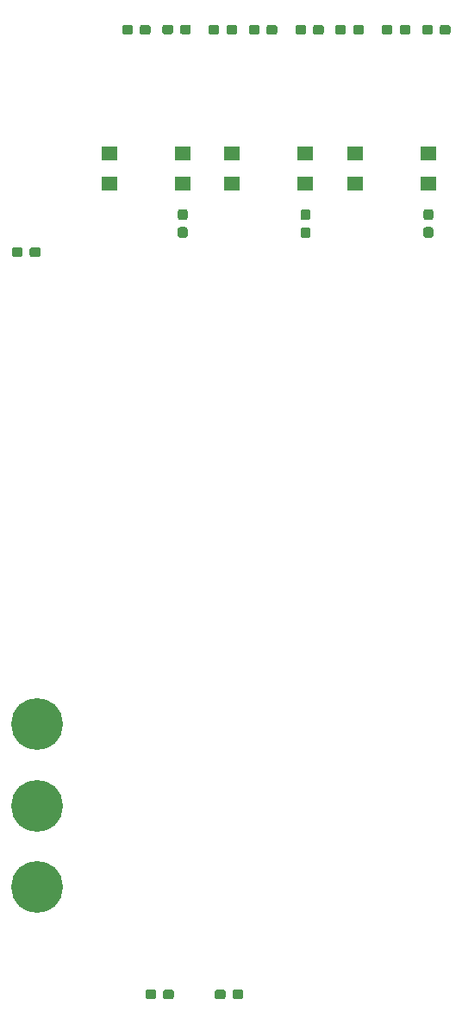
<source format=gbr>
G04 #@! TF.GenerationSoftware,KiCad,Pcbnew,(5.0.0)*
G04 #@! TF.CreationDate,2019-03-04T20:58:40-06:00*
G04 #@! TF.ProjectId,LightingBoard_Hardware,4C69676874696E67426F6172645F4861,rev?*
G04 #@! TF.SameCoordinates,Original*
G04 #@! TF.FileFunction,Paste,Top*
G04 #@! TF.FilePolarity,Positive*
%FSLAX46Y46*%
G04 Gerber Fmt 4.6, Leading zero omitted, Abs format (unit mm)*
G04 Created by KiCad (PCBNEW (5.0.0)) date 03/04/19 20:58:40*
%MOMM*%
%LPD*%
G01*
G04 APERTURE LIST*
%ADD10C,5.080000*%
%ADD11C,0.100000*%
%ADD12C,0.950000*%
%ADD13R,1.600000X1.400000*%
G04 APERTURE END LIST*
D10*
G04 #@! TO.C,Conn1*
X120294400Y-112775000D03*
X120294400Y-104776000D03*
X120294400Y-96775000D03*
G04 #@! TD*
D11*
G04 #@! TO.C,C2*
G36*
X138613779Y-122843144D02*
X138636834Y-122846563D01*
X138659443Y-122852227D01*
X138681387Y-122860079D01*
X138702457Y-122870044D01*
X138722448Y-122882026D01*
X138741168Y-122895910D01*
X138758438Y-122911562D01*
X138774090Y-122928832D01*
X138787974Y-122947552D01*
X138799956Y-122967543D01*
X138809921Y-122988613D01*
X138817773Y-123010557D01*
X138823437Y-123033166D01*
X138826856Y-123056221D01*
X138828000Y-123079500D01*
X138828000Y-123554500D01*
X138826856Y-123577779D01*
X138823437Y-123600834D01*
X138817773Y-123623443D01*
X138809921Y-123645387D01*
X138799956Y-123666457D01*
X138787974Y-123686448D01*
X138774090Y-123705168D01*
X138758438Y-123722438D01*
X138741168Y-123738090D01*
X138722448Y-123751974D01*
X138702457Y-123763956D01*
X138681387Y-123773921D01*
X138659443Y-123781773D01*
X138636834Y-123787437D01*
X138613779Y-123790856D01*
X138590500Y-123792000D01*
X138015500Y-123792000D01*
X137992221Y-123790856D01*
X137969166Y-123787437D01*
X137946557Y-123781773D01*
X137924613Y-123773921D01*
X137903543Y-123763956D01*
X137883552Y-123751974D01*
X137864832Y-123738090D01*
X137847562Y-123722438D01*
X137831910Y-123705168D01*
X137818026Y-123686448D01*
X137806044Y-123666457D01*
X137796079Y-123645387D01*
X137788227Y-123623443D01*
X137782563Y-123600834D01*
X137779144Y-123577779D01*
X137778000Y-123554500D01*
X137778000Y-123079500D01*
X137779144Y-123056221D01*
X137782563Y-123033166D01*
X137788227Y-123010557D01*
X137796079Y-122988613D01*
X137806044Y-122967543D01*
X137818026Y-122947552D01*
X137831910Y-122928832D01*
X137847562Y-122911562D01*
X137864832Y-122895910D01*
X137883552Y-122882026D01*
X137903543Y-122870044D01*
X137924613Y-122860079D01*
X137946557Y-122852227D01*
X137969166Y-122846563D01*
X137992221Y-122843144D01*
X138015500Y-122842000D01*
X138590500Y-122842000D01*
X138613779Y-122843144D01*
X138613779Y-122843144D01*
G37*
D12*
X138303000Y-123317000D03*
D11*
G36*
X140363779Y-122843144D02*
X140386834Y-122846563D01*
X140409443Y-122852227D01*
X140431387Y-122860079D01*
X140452457Y-122870044D01*
X140472448Y-122882026D01*
X140491168Y-122895910D01*
X140508438Y-122911562D01*
X140524090Y-122928832D01*
X140537974Y-122947552D01*
X140549956Y-122967543D01*
X140559921Y-122988613D01*
X140567773Y-123010557D01*
X140573437Y-123033166D01*
X140576856Y-123056221D01*
X140578000Y-123079500D01*
X140578000Y-123554500D01*
X140576856Y-123577779D01*
X140573437Y-123600834D01*
X140567773Y-123623443D01*
X140559921Y-123645387D01*
X140549956Y-123666457D01*
X140537974Y-123686448D01*
X140524090Y-123705168D01*
X140508438Y-123722438D01*
X140491168Y-123738090D01*
X140472448Y-123751974D01*
X140452457Y-123763956D01*
X140431387Y-123773921D01*
X140409443Y-123781773D01*
X140386834Y-123787437D01*
X140363779Y-123790856D01*
X140340500Y-123792000D01*
X139765500Y-123792000D01*
X139742221Y-123790856D01*
X139719166Y-123787437D01*
X139696557Y-123781773D01*
X139674613Y-123773921D01*
X139653543Y-123763956D01*
X139633552Y-123751974D01*
X139614832Y-123738090D01*
X139597562Y-123722438D01*
X139581910Y-123705168D01*
X139568026Y-123686448D01*
X139556044Y-123666457D01*
X139546079Y-123645387D01*
X139538227Y-123623443D01*
X139532563Y-123600834D01*
X139529144Y-123577779D01*
X139528000Y-123554500D01*
X139528000Y-123079500D01*
X139529144Y-123056221D01*
X139532563Y-123033166D01*
X139538227Y-123010557D01*
X139546079Y-122988613D01*
X139556044Y-122967543D01*
X139568026Y-122947552D01*
X139581910Y-122928832D01*
X139597562Y-122911562D01*
X139614832Y-122895910D01*
X139633552Y-122882026D01*
X139653543Y-122870044D01*
X139674613Y-122860079D01*
X139696557Y-122852227D01*
X139719166Y-122846563D01*
X139742221Y-122843144D01*
X139765500Y-122842000D01*
X140340500Y-122842000D01*
X140363779Y-122843144D01*
X140363779Y-122843144D01*
G37*
D12*
X140053000Y-123317000D03*
G04 #@! TD*
D11*
G04 #@! TO.C,C3*
G36*
X131783779Y-122843144D02*
X131806834Y-122846563D01*
X131829443Y-122852227D01*
X131851387Y-122860079D01*
X131872457Y-122870044D01*
X131892448Y-122882026D01*
X131911168Y-122895910D01*
X131928438Y-122911562D01*
X131944090Y-122928832D01*
X131957974Y-122947552D01*
X131969956Y-122967543D01*
X131979921Y-122988613D01*
X131987773Y-123010557D01*
X131993437Y-123033166D01*
X131996856Y-123056221D01*
X131998000Y-123079500D01*
X131998000Y-123554500D01*
X131996856Y-123577779D01*
X131993437Y-123600834D01*
X131987773Y-123623443D01*
X131979921Y-123645387D01*
X131969956Y-123666457D01*
X131957974Y-123686448D01*
X131944090Y-123705168D01*
X131928438Y-123722438D01*
X131911168Y-123738090D01*
X131892448Y-123751974D01*
X131872457Y-123763956D01*
X131851387Y-123773921D01*
X131829443Y-123781773D01*
X131806834Y-123787437D01*
X131783779Y-123790856D01*
X131760500Y-123792000D01*
X131185500Y-123792000D01*
X131162221Y-123790856D01*
X131139166Y-123787437D01*
X131116557Y-123781773D01*
X131094613Y-123773921D01*
X131073543Y-123763956D01*
X131053552Y-123751974D01*
X131034832Y-123738090D01*
X131017562Y-123722438D01*
X131001910Y-123705168D01*
X130988026Y-123686448D01*
X130976044Y-123666457D01*
X130966079Y-123645387D01*
X130958227Y-123623443D01*
X130952563Y-123600834D01*
X130949144Y-123577779D01*
X130948000Y-123554500D01*
X130948000Y-123079500D01*
X130949144Y-123056221D01*
X130952563Y-123033166D01*
X130958227Y-123010557D01*
X130966079Y-122988613D01*
X130976044Y-122967543D01*
X130988026Y-122947552D01*
X131001910Y-122928832D01*
X131017562Y-122911562D01*
X131034832Y-122895910D01*
X131053552Y-122882026D01*
X131073543Y-122870044D01*
X131094613Y-122860079D01*
X131116557Y-122852227D01*
X131139166Y-122846563D01*
X131162221Y-122843144D01*
X131185500Y-122842000D01*
X131760500Y-122842000D01*
X131783779Y-122843144D01*
X131783779Y-122843144D01*
G37*
D12*
X131473000Y-123317000D03*
D11*
G36*
X133533779Y-122843144D02*
X133556834Y-122846563D01*
X133579443Y-122852227D01*
X133601387Y-122860079D01*
X133622457Y-122870044D01*
X133642448Y-122882026D01*
X133661168Y-122895910D01*
X133678438Y-122911562D01*
X133694090Y-122928832D01*
X133707974Y-122947552D01*
X133719956Y-122967543D01*
X133729921Y-122988613D01*
X133737773Y-123010557D01*
X133743437Y-123033166D01*
X133746856Y-123056221D01*
X133748000Y-123079500D01*
X133748000Y-123554500D01*
X133746856Y-123577779D01*
X133743437Y-123600834D01*
X133737773Y-123623443D01*
X133729921Y-123645387D01*
X133719956Y-123666457D01*
X133707974Y-123686448D01*
X133694090Y-123705168D01*
X133678438Y-123722438D01*
X133661168Y-123738090D01*
X133642448Y-123751974D01*
X133622457Y-123763956D01*
X133601387Y-123773921D01*
X133579443Y-123781773D01*
X133556834Y-123787437D01*
X133533779Y-123790856D01*
X133510500Y-123792000D01*
X132935500Y-123792000D01*
X132912221Y-123790856D01*
X132889166Y-123787437D01*
X132866557Y-123781773D01*
X132844613Y-123773921D01*
X132823543Y-123763956D01*
X132803552Y-123751974D01*
X132784832Y-123738090D01*
X132767562Y-123722438D01*
X132751910Y-123705168D01*
X132738026Y-123686448D01*
X132726044Y-123666457D01*
X132716079Y-123645387D01*
X132708227Y-123623443D01*
X132702563Y-123600834D01*
X132699144Y-123577779D01*
X132698000Y-123554500D01*
X132698000Y-123079500D01*
X132699144Y-123056221D01*
X132702563Y-123033166D01*
X132708227Y-123010557D01*
X132716079Y-122988613D01*
X132726044Y-122967543D01*
X132738026Y-122947552D01*
X132751910Y-122928832D01*
X132767562Y-122911562D01*
X132784832Y-122895910D01*
X132803552Y-122882026D01*
X132823543Y-122870044D01*
X132844613Y-122860079D01*
X132866557Y-122852227D01*
X132889166Y-122846563D01*
X132912221Y-122843144D01*
X132935500Y-122842000D01*
X133510500Y-122842000D01*
X133533779Y-122843144D01*
X133533779Y-122843144D01*
G37*
D12*
X133223000Y-123317000D03*
G04 #@! TD*
D11*
G04 #@! TO.C,D2*
G36*
X143691179Y-28101144D02*
X143714234Y-28104563D01*
X143736843Y-28110227D01*
X143758787Y-28118079D01*
X143779857Y-28128044D01*
X143799848Y-28140026D01*
X143818568Y-28153910D01*
X143835838Y-28169562D01*
X143851490Y-28186832D01*
X143865374Y-28205552D01*
X143877356Y-28225543D01*
X143887321Y-28246613D01*
X143895173Y-28268557D01*
X143900837Y-28291166D01*
X143904256Y-28314221D01*
X143905400Y-28337500D01*
X143905400Y-28812500D01*
X143904256Y-28835779D01*
X143900837Y-28858834D01*
X143895173Y-28881443D01*
X143887321Y-28903387D01*
X143877356Y-28924457D01*
X143865374Y-28944448D01*
X143851490Y-28963168D01*
X143835838Y-28980438D01*
X143818568Y-28996090D01*
X143799848Y-29009974D01*
X143779857Y-29021956D01*
X143758787Y-29031921D01*
X143736843Y-29039773D01*
X143714234Y-29045437D01*
X143691179Y-29048856D01*
X143667900Y-29050000D01*
X143092900Y-29050000D01*
X143069621Y-29048856D01*
X143046566Y-29045437D01*
X143023957Y-29039773D01*
X143002013Y-29031921D01*
X142980943Y-29021956D01*
X142960952Y-29009974D01*
X142942232Y-28996090D01*
X142924962Y-28980438D01*
X142909310Y-28963168D01*
X142895426Y-28944448D01*
X142883444Y-28924457D01*
X142873479Y-28903387D01*
X142865627Y-28881443D01*
X142859963Y-28858834D01*
X142856544Y-28835779D01*
X142855400Y-28812500D01*
X142855400Y-28337500D01*
X142856544Y-28314221D01*
X142859963Y-28291166D01*
X142865627Y-28268557D01*
X142873479Y-28246613D01*
X142883444Y-28225543D01*
X142895426Y-28205552D01*
X142909310Y-28186832D01*
X142924962Y-28169562D01*
X142942232Y-28153910D01*
X142960952Y-28140026D01*
X142980943Y-28128044D01*
X143002013Y-28118079D01*
X143023957Y-28110227D01*
X143046566Y-28104563D01*
X143069621Y-28101144D01*
X143092900Y-28100000D01*
X143667900Y-28100000D01*
X143691179Y-28101144D01*
X143691179Y-28101144D01*
G37*
D12*
X143380400Y-28575000D03*
D11*
G36*
X141941179Y-28101144D02*
X141964234Y-28104563D01*
X141986843Y-28110227D01*
X142008787Y-28118079D01*
X142029857Y-28128044D01*
X142049848Y-28140026D01*
X142068568Y-28153910D01*
X142085838Y-28169562D01*
X142101490Y-28186832D01*
X142115374Y-28205552D01*
X142127356Y-28225543D01*
X142137321Y-28246613D01*
X142145173Y-28268557D01*
X142150837Y-28291166D01*
X142154256Y-28314221D01*
X142155400Y-28337500D01*
X142155400Y-28812500D01*
X142154256Y-28835779D01*
X142150837Y-28858834D01*
X142145173Y-28881443D01*
X142137321Y-28903387D01*
X142127356Y-28924457D01*
X142115374Y-28944448D01*
X142101490Y-28963168D01*
X142085838Y-28980438D01*
X142068568Y-28996090D01*
X142049848Y-29009974D01*
X142029857Y-29021956D01*
X142008787Y-29031921D01*
X141986843Y-29039773D01*
X141964234Y-29045437D01*
X141941179Y-29048856D01*
X141917900Y-29050000D01*
X141342900Y-29050000D01*
X141319621Y-29048856D01*
X141296566Y-29045437D01*
X141273957Y-29039773D01*
X141252013Y-29031921D01*
X141230943Y-29021956D01*
X141210952Y-29009974D01*
X141192232Y-28996090D01*
X141174962Y-28980438D01*
X141159310Y-28963168D01*
X141145426Y-28944448D01*
X141133444Y-28924457D01*
X141123479Y-28903387D01*
X141115627Y-28881443D01*
X141109963Y-28858834D01*
X141106544Y-28835779D01*
X141105400Y-28812500D01*
X141105400Y-28337500D01*
X141106544Y-28314221D01*
X141109963Y-28291166D01*
X141115627Y-28268557D01*
X141123479Y-28246613D01*
X141133444Y-28225543D01*
X141145426Y-28205552D01*
X141159310Y-28186832D01*
X141174962Y-28169562D01*
X141192232Y-28153910D01*
X141210952Y-28140026D01*
X141230943Y-28128044D01*
X141252013Y-28118079D01*
X141273957Y-28110227D01*
X141296566Y-28104563D01*
X141319621Y-28101144D01*
X141342900Y-28100000D01*
X141917900Y-28100000D01*
X141941179Y-28101144D01*
X141941179Y-28101144D01*
G37*
D12*
X141630400Y-28575000D03*
G04 #@! TD*
D11*
G04 #@! TO.C,D3*
G36*
X152200179Y-28101144D02*
X152223234Y-28104563D01*
X152245843Y-28110227D01*
X152267787Y-28118079D01*
X152288857Y-28128044D01*
X152308848Y-28140026D01*
X152327568Y-28153910D01*
X152344838Y-28169562D01*
X152360490Y-28186832D01*
X152374374Y-28205552D01*
X152386356Y-28225543D01*
X152396321Y-28246613D01*
X152404173Y-28268557D01*
X152409837Y-28291166D01*
X152413256Y-28314221D01*
X152414400Y-28337500D01*
X152414400Y-28812500D01*
X152413256Y-28835779D01*
X152409837Y-28858834D01*
X152404173Y-28881443D01*
X152396321Y-28903387D01*
X152386356Y-28924457D01*
X152374374Y-28944448D01*
X152360490Y-28963168D01*
X152344838Y-28980438D01*
X152327568Y-28996090D01*
X152308848Y-29009974D01*
X152288857Y-29021956D01*
X152267787Y-29031921D01*
X152245843Y-29039773D01*
X152223234Y-29045437D01*
X152200179Y-29048856D01*
X152176900Y-29050000D01*
X151601900Y-29050000D01*
X151578621Y-29048856D01*
X151555566Y-29045437D01*
X151532957Y-29039773D01*
X151511013Y-29031921D01*
X151489943Y-29021956D01*
X151469952Y-29009974D01*
X151451232Y-28996090D01*
X151433962Y-28980438D01*
X151418310Y-28963168D01*
X151404426Y-28944448D01*
X151392444Y-28924457D01*
X151382479Y-28903387D01*
X151374627Y-28881443D01*
X151368963Y-28858834D01*
X151365544Y-28835779D01*
X151364400Y-28812500D01*
X151364400Y-28337500D01*
X151365544Y-28314221D01*
X151368963Y-28291166D01*
X151374627Y-28268557D01*
X151382479Y-28246613D01*
X151392444Y-28225543D01*
X151404426Y-28205552D01*
X151418310Y-28186832D01*
X151433962Y-28169562D01*
X151451232Y-28153910D01*
X151469952Y-28140026D01*
X151489943Y-28128044D01*
X151511013Y-28118079D01*
X151532957Y-28110227D01*
X151555566Y-28104563D01*
X151578621Y-28101144D01*
X151601900Y-28100000D01*
X152176900Y-28100000D01*
X152200179Y-28101144D01*
X152200179Y-28101144D01*
G37*
D12*
X151889400Y-28575000D03*
D11*
G36*
X150450179Y-28101144D02*
X150473234Y-28104563D01*
X150495843Y-28110227D01*
X150517787Y-28118079D01*
X150538857Y-28128044D01*
X150558848Y-28140026D01*
X150577568Y-28153910D01*
X150594838Y-28169562D01*
X150610490Y-28186832D01*
X150624374Y-28205552D01*
X150636356Y-28225543D01*
X150646321Y-28246613D01*
X150654173Y-28268557D01*
X150659837Y-28291166D01*
X150663256Y-28314221D01*
X150664400Y-28337500D01*
X150664400Y-28812500D01*
X150663256Y-28835779D01*
X150659837Y-28858834D01*
X150654173Y-28881443D01*
X150646321Y-28903387D01*
X150636356Y-28924457D01*
X150624374Y-28944448D01*
X150610490Y-28963168D01*
X150594838Y-28980438D01*
X150577568Y-28996090D01*
X150558848Y-29009974D01*
X150538857Y-29021956D01*
X150517787Y-29031921D01*
X150495843Y-29039773D01*
X150473234Y-29045437D01*
X150450179Y-29048856D01*
X150426900Y-29050000D01*
X149851900Y-29050000D01*
X149828621Y-29048856D01*
X149805566Y-29045437D01*
X149782957Y-29039773D01*
X149761013Y-29031921D01*
X149739943Y-29021956D01*
X149719952Y-29009974D01*
X149701232Y-28996090D01*
X149683962Y-28980438D01*
X149668310Y-28963168D01*
X149654426Y-28944448D01*
X149642444Y-28924457D01*
X149632479Y-28903387D01*
X149624627Y-28881443D01*
X149618963Y-28858834D01*
X149615544Y-28835779D01*
X149614400Y-28812500D01*
X149614400Y-28337500D01*
X149615544Y-28314221D01*
X149618963Y-28291166D01*
X149624627Y-28268557D01*
X149632479Y-28246613D01*
X149642444Y-28225543D01*
X149654426Y-28205552D01*
X149668310Y-28186832D01*
X149683962Y-28169562D01*
X149701232Y-28153910D01*
X149719952Y-28140026D01*
X149739943Y-28128044D01*
X149761013Y-28118079D01*
X149782957Y-28110227D01*
X149805566Y-28104563D01*
X149828621Y-28101144D01*
X149851900Y-28100000D01*
X150426900Y-28100000D01*
X150450179Y-28101144D01*
X150450179Y-28101144D01*
G37*
D12*
X150139400Y-28575000D03*
G04 #@! TD*
D11*
G04 #@! TO.C,D4*
G36*
X158959179Y-28101144D02*
X158982234Y-28104563D01*
X159004843Y-28110227D01*
X159026787Y-28118079D01*
X159047857Y-28128044D01*
X159067848Y-28140026D01*
X159086568Y-28153910D01*
X159103838Y-28169562D01*
X159119490Y-28186832D01*
X159133374Y-28205552D01*
X159145356Y-28225543D01*
X159155321Y-28246613D01*
X159163173Y-28268557D01*
X159168837Y-28291166D01*
X159172256Y-28314221D01*
X159173400Y-28337500D01*
X159173400Y-28812500D01*
X159172256Y-28835779D01*
X159168837Y-28858834D01*
X159163173Y-28881443D01*
X159155321Y-28903387D01*
X159145356Y-28924457D01*
X159133374Y-28944448D01*
X159119490Y-28963168D01*
X159103838Y-28980438D01*
X159086568Y-28996090D01*
X159067848Y-29009974D01*
X159047857Y-29021956D01*
X159026787Y-29031921D01*
X159004843Y-29039773D01*
X158982234Y-29045437D01*
X158959179Y-29048856D01*
X158935900Y-29050000D01*
X158360900Y-29050000D01*
X158337621Y-29048856D01*
X158314566Y-29045437D01*
X158291957Y-29039773D01*
X158270013Y-29031921D01*
X158248943Y-29021956D01*
X158228952Y-29009974D01*
X158210232Y-28996090D01*
X158192962Y-28980438D01*
X158177310Y-28963168D01*
X158163426Y-28944448D01*
X158151444Y-28924457D01*
X158141479Y-28903387D01*
X158133627Y-28881443D01*
X158127963Y-28858834D01*
X158124544Y-28835779D01*
X158123400Y-28812500D01*
X158123400Y-28337500D01*
X158124544Y-28314221D01*
X158127963Y-28291166D01*
X158133627Y-28268557D01*
X158141479Y-28246613D01*
X158151444Y-28225543D01*
X158163426Y-28205552D01*
X158177310Y-28186832D01*
X158192962Y-28169562D01*
X158210232Y-28153910D01*
X158228952Y-28140026D01*
X158248943Y-28128044D01*
X158270013Y-28118079D01*
X158291957Y-28110227D01*
X158314566Y-28104563D01*
X158337621Y-28101144D01*
X158360900Y-28100000D01*
X158935900Y-28100000D01*
X158959179Y-28101144D01*
X158959179Y-28101144D01*
G37*
D12*
X158648400Y-28575000D03*
D11*
G36*
X160709179Y-28101144D02*
X160732234Y-28104563D01*
X160754843Y-28110227D01*
X160776787Y-28118079D01*
X160797857Y-28128044D01*
X160817848Y-28140026D01*
X160836568Y-28153910D01*
X160853838Y-28169562D01*
X160869490Y-28186832D01*
X160883374Y-28205552D01*
X160895356Y-28225543D01*
X160905321Y-28246613D01*
X160913173Y-28268557D01*
X160918837Y-28291166D01*
X160922256Y-28314221D01*
X160923400Y-28337500D01*
X160923400Y-28812500D01*
X160922256Y-28835779D01*
X160918837Y-28858834D01*
X160913173Y-28881443D01*
X160905321Y-28903387D01*
X160895356Y-28924457D01*
X160883374Y-28944448D01*
X160869490Y-28963168D01*
X160853838Y-28980438D01*
X160836568Y-28996090D01*
X160817848Y-29009974D01*
X160797857Y-29021956D01*
X160776787Y-29031921D01*
X160754843Y-29039773D01*
X160732234Y-29045437D01*
X160709179Y-29048856D01*
X160685900Y-29050000D01*
X160110900Y-29050000D01*
X160087621Y-29048856D01*
X160064566Y-29045437D01*
X160041957Y-29039773D01*
X160020013Y-29031921D01*
X159998943Y-29021956D01*
X159978952Y-29009974D01*
X159960232Y-28996090D01*
X159942962Y-28980438D01*
X159927310Y-28963168D01*
X159913426Y-28944448D01*
X159901444Y-28924457D01*
X159891479Y-28903387D01*
X159883627Y-28881443D01*
X159877963Y-28858834D01*
X159874544Y-28835779D01*
X159873400Y-28812500D01*
X159873400Y-28337500D01*
X159874544Y-28314221D01*
X159877963Y-28291166D01*
X159883627Y-28268557D01*
X159891479Y-28246613D01*
X159901444Y-28225543D01*
X159913426Y-28205552D01*
X159927310Y-28186832D01*
X159942962Y-28169562D01*
X159960232Y-28153910D01*
X159978952Y-28140026D01*
X159998943Y-28128044D01*
X160020013Y-28118079D01*
X160041957Y-28110227D01*
X160064566Y-28104563D01*
X160087621Y-28101144D01*
X160110900Y-28100000D01*
X160685900Y-28100000D01*
X160709179Y-28101144D01*
X160709179Y-28101144D01*
G37*
D12*
X160398400Y-28575000D03*
G04 #@! TD*
D11*
G04 #@! TO.C,R1*
G36*
X129495179Y-28101144D02*
X129518234Y-28104563D01*
X129540843Y-28110227D01*
X129562787Y-28118079D01*
X129583857Y-28128044D01*
X129603848Y-28140026D01*
X129622568Y-28153910D01*
X129639838Y-28169562D01*
X129655490Y-28186832D01*
X129669374Y-28205552D01*
X129681356Y-28225543D01*
X129691321Y-28246613D01*
X129699173Y-28268557D01*
X129704837Y-28291166D01*
X129708256Y-28314221D01*
X129709400Y-28337500D01*
X129709400Y-28812500D01*
X129708256Y-28835779D01*
X129704837Y-28858834D01*
X129699173Y-28881443D01*
X129691321Y-28903387D01*
X129681356Y-28924457D01*
X129669374Y-28944448D01*
X129655490Y-28963168D01*
X129639838Y-28980438D01*
X129622568Y-28996090D01*
X129603848Y-29009974D01*
X129583857Y-29021956D01*
X129562787Y-29031921D01*
X129540843Y-29039773D01*
X129518234Y-29045437D01*
X129495179Y-29048856D01*
X129471900Y-29050000D01*
X128896900Y-29050000D01*
X128873621Y-29048856D01*
X128850566Y-29045437D01*
X128827957Y-29039773D01*
X128806013Y-29031921D01*
X128784943Y-29021956D01*
X128764952Y-29009974D01*
X128746232Y-28996090D01*
X128728962Y-28980438D01*
X128713310Y-28963168D01*
X128699426Y-28944448D01*
X128687444Y-28924457D01*
X128677479Y-28903387D01*
X128669627Y-28881443D01*
X128663963Y-28858834D01*
X128660544Y-28835779D01*
X128659400Y-28812500D01*
X128659400Y-28337500D01*
X128660544Y-28314221D01*
X128663963Y-28291166D01*
X128669627Y-28268557D01*
X128677479Y-28246613D01*
X128687444Y-28225543D01*
X128699426Y-28205552D01*
X128713310Y-28186832D01*
X128728962Y-28169562D01*
X128746232Y-28153910D01*
X128764952Y-28140026D01*
X128784943Y-28128044D01*
X128806013Y-28118079D01*
X128827957Y-28110227D01*
X128850566Y-28104563D01*
X128873621Y-28101144D01*
X128896900Y-28100000D01*
X129471900Y-28100000D01*
X129495179Y-28101144D01*
X129495179Y-28101144D01*
G37*
D12*
X129184400Y-28575000D03*
D11*
G36*
X131245179Y-28101144D02*
X131268234Y-28104563D01*
X131290843Y-28110227D01*
X131312787Y-28118079D01*
X131333857Y-28128044D01*
X131353848Y-28140026D01*
X131372568Y-28153910D01*
X131389838Y-28169562D01*
X131405490Y-28186832D01*
X131419374Y-28205552D01*
X131431356Y-28225543D01*
X131441321Y-28246613D01*
X131449173Y-28268557D01*
X131454837Y-28291166D01*
X131458256Y-28314221D01*
X131459400Y-28337500D01*
X131459400Y-28812500D01*
X131458256Y-28835779D01*
X131454837Y-28858834D01*
X131449173Y-28881443D01*
X131441321Y-28903387D01*
X131431356Y-28924457D01*
X131419374Y-28944448D01*
X131405490Y-28963168D01*
X131389838Y-28980438D01*
X131372568Y-28996090D01*
X131353848Y-29009974D01*
X131333857Y-29021956D01*
X131312787Y-29031921D01*
X131290843Y-29039773D01*
X131268234Y-29045437D01*
X131245179Y-29048856D01*
X131221900Y-29050000D01*
X130646900Y-29050000D01*
X130623621Y-29048856D01*
X130600566Y-29045437D01*
X130577957Y-29039773D01*
X130556013Y-29031921D01*
X130534943Y-29021956D01*
X130514952Y-29009974D01*
X130496232Y-28996090D01*
X130478962Y-28980438D01*
X130463310Y-28963168D01*
X130449426Y-28944448D01*
X130437444Y-28924457D01*
X130427479Y-28903387D01*
X130419627Y-28881443D01*
X130413963Y-28858834D01*
X130410544Y-28835779D01*
X130409400Y-28812500D01*
X130409400Y-28337500D01*
X130410544Y-28314221D01*
X130413963Y-28291166D01*
X130419627Y-28268557D01*
X130427479Y-28246613D01*
X130437444Y-28225543D01*
X130449426Y-28205552D01*
X130463310Y-28186832D01*
X130478962Y-28169562D01*
X130496232Y-28153910D01*
X130514952Y-28140026D01*
X130534943Y-28128044D01*
X130556013Y-28118079D01*
X130577957Y-28110227D01*
X130600566Y-28104563D01*
X130623621Y-28101144D01*
X130646900Y-28100000D01*
X131221900Y-28100000D01*
X131245179Y-28101144D01*
X131245179Y-28101144D01*
G37*
D12*
X130934400Y-28575000D03*
G04 #@! TD*
D11*
G04 #@! TO.C,R2*
G36*
X139754179Y-28101144D02*
X139777234Y-28104563D01*
X139799843Y-28110227D01*
X139821787Y-28118079D01*
X139842857Y-28128044D01*
X139862848Y-28140026D01*
X139881568Y-28153910D01*
X139898838Y-28169562D01*
X139914490Y-28186832D01*
X139928374Y-28205552D01*
X139940356Y-28225543D01*
X139950321Y-28246613D01*
X139958173Y-28268557D01*
X139963837Y-28291166D01*
X139967256Y-28314221D01*
X139968400Y-28337500D01*
X139968400Y-28812500D01*
X139967256Y-28835779D01*
X139963837Y-28858834D01*
X139958173Y-28881443D01*
X139950321Y-28903387D01*
X139940356Y-28924457D01*
X139928374Y-28944448D01*
X139914490Y-28963168D01*
X139898838Y-28980438D01*
X139881568Y-28996090D01*
X139862848Y-29009974D01*
X139842857Y-29021956D01*
X139821787Y-29031921D01*
X139799843Y-29039773D01*
X139777234Y-29045437D01*
X139754179Y-29048856D01*
X139730900Y-29050000D01*
X139155900Y-29050000D01*
X139132621Y-29048856D01*
X139109566Y-29045437D01*
X139086957Y-29039773D01*
X139065013Y-29031921D01*
X139043943Y-29021956D01*
X139023952Y-29009974D01*
X139005232Y-28996090D01*
X138987962Y-28980438D01*
X138972310Y-28963168D01*
X138958426Y-28944448D01*
X138946444Y-28924457D01*
X138936479Y-28903387D01*
X138928627Y-28881443D01*
X138922963Y-28858834D01*
X138919544Y-28835779D01*
X138918400Y-28812500D01*
X138918400Y-28337500D01*
X138919544Y-28314221D01*
X138922963Y-28291166D01*
X138928627Y-28268557D01*
X138936479Y-28246613D01*
X138946444Y-28225543D01*
X138958426Y-28205552D01*
X138972310Y-28186832D01*
X138987962Y-28169562D01*
X139005232Y-28153910D01*
X139023952Y-28140026D01*
X139043943Y-28128044D01*
X139065013Y-28118079D01*
X139086957Y-28110227D01*
X139109566Y-28104563D01*
X139132621Y-28101144D01*
X139155900Y-28100000D01*
X139730900Y-28100000D01*
X139754179Y-28101144D01*
X139754179Y-28101144D01*
G37*
D12*
X139443400Y-28575000D03*
D11*
G36*
X138004179Y-28101144D02*
X138027234Y-28104563D01*
X138049843Y-28110227D01*
X138071787Y-28118079D01*
X138092857Y-28128044D01*
X138112848Y-28140026D01*
X138131568Y-28153910D01*
X138148838Y-28169562D01*
X138164490Y-28186832D01*
X138178374Y-28205552D01*
X138190356Y-28225543D01*
X138200321Y-28246613D01*
X138208173Y-28268557D01*
X138213837Y-28291166D01*
X138217256Y-28314221D01*
X138218400Y-28337500D01*
X138218400Y-28812500D01*
X138217256Y-28835779D01*
X138213837Y-28858834D01*
X138208173Y-28881443D01*
X138200321Y-28903387D01*
X138190356Y-28924457D01*
X138178374Y-28944448D01*
X138164490Y-28963168D01*
X138148838Y-28980438D01*
X138131568Y-28996090D01*
X138112848Y-29009974D01*
X138092857Y-29021956D01*
X138071787Y-29031921D01*
X138049843Y-29039773D01*
X138027234Y-29045437D01*
X138004179Y-29048856D01*
X137980900Y-29050000D01*
X137405900Y-29050000D01*
X137382621Y-29048856D01*
X137359566Y-29045437D01*
X137336957Y-29039773D01*
X137315013Y-29031921D01*
X137293943Y-29021956D01*
X137273952Y-29009974D01*
X137255232Y-28996090D01*
X137237962Y-28980438D01*
X137222310Y-28963168D01*
X137208426Y-28944448D01*
X137196444Y-28924457D01*
X137186479Y-28903387D01*
X137178627Y-28881443D01*
X137172963Y-28858834D01*
X137169544Y-28835779D01*
X137168400Y-28812500D01*
X137168400Y-28337500D01*
X137169544Y-28314221D01*
X137172963Y-28291166D01*
X137178627Y-28268557D01*
X137186479Y-28246613D01*
X137196444Y-28225543D01*
X137208426Y-28205552D01*
X137222310Y-28186832D01*
X137237962Y-28169562D01*
X137255232Y-28153910D01*
X137273952Y-28140026D01*
X137293943Y-28128044D01*
X137315013Y-28118079D01*
X137336957Y-28110227D01*
X137359566Y-28104563D01*
X137382621Y-28101144D01*
X137405900Y-28100000D01*
X137980900Y-28100000D01*
X138004179Y-28101144D01*
X138004179Y-28101144D01*
G37*
D12*
X137693400Y-28575000D03*
G04 #@! TD*
D11*
G04 #@! TO.C,R3*
G36*
X148263179Y-28101144D02*
X148286234Y-28104563D01*
X148308843Y-28110227D01*
X148330787Y-28118079D01*
X148351857Y-28128044D01*
X148371848Y-28140026D01*
X148390568Y-28153910D01*
X148407838Y-28169562D01*
X148423490Y-28186832D01*
X148437374Y-28205552D01*
X148449356Y-28225543D01*
X148459321Y-28246613D01*
X148467173Y-28268557D01*
X148472837Y-28291166D01*
X148476256Y-28314221D01*
X148477400Y-28337500D01*
X148477400Y-28812500D01*
X148476256Y-28835779D01*
X148472837Y-28858834D01*
X148467173Y-28881443D01*
X148459321Y-28903387D01*
X148449356Y-28924457D01*
X148437374Y-28944448D01*
X148423490Y-28963168D01*
X148407838Y-28980438D01*
X148390568Y-28996090D01*
X148371848Y-29009974D01*
X148351857Y-29021956D01*
X148330787Y-29031921D01*
X148308843Y-29039773D01*
X148286234Y-29045437D01*
X148263179Y-29048856D01*
X148239900Y-29050000D01*
X147664900Y-29050000D01*
X147641621Y-29048856D01*
X147618566Y-29045437D01*
X147595957Y-29039773D01*
X147574013Y-29031921D01*
X147552943Y-29021956D01*
X147532952Y-29009974D01*
X147514232Y-28996090D01*
X147496962Y-28980438D01*
X147481310Y-28963168D01*
X147467426Y-28944448D01*
X147455444Y-28924457D01*
X147445479Y-28903387D01*
X147437627Y-28881443D01*
X147431963Y-28858834D01*
X147428544Y-28835779D01*
X147427400Y-28812500D01*
X147427400Y-28337500D01*
X147428544Y-28314221D01*
X147431963Y-28291166D01*
X147437627Y-28268557D01*
X147445479Y-28246613D01*
X147455444Y-28225543D01*
X147467426Y-28205552D01*
X147481310Y-28186832D01*
X147496962Y-28169562D01*
X147514232Y-28153910D01*
X147532952Y-28140026D01*
X147552943Y-28128044D01*
X147574013Y-28118079D01*
X147595957Y-28110227D01*
X147618566Y-28104563D01*
X147641621Y-28101144D01*
X147664900Y-28100000D01*
X148239900Y-28100000D01*
X148263179Y-28101144D01*
X148263179Y-28101144D01*
G37*
D12*
X147952400Y-28575000D03*
D11*
G36*
X146513179Y-28101144D02*
X146536234Y-28104563D01*
X146558843Y-28110227D01*
X146580787Y-28118079D01*
X146601857Y-28128044D01*
X146621848Y-28140026D01*
X146640568Y-28153910D01*
X146657838Y-28169562D01*
X146673490Y-28186832D01*
X146687374Y-28205552D01*
X146699356Y-28225543D01*
X146709321Y-28246613D01*
X146717173Y-28268557D01*
X146722837Y-28291166D01*
X146726256Y-28314221D01*
X146727400Y-28337500D01*
X146727400Y-28812500D01*
X146726256Y-28835779D01*
X146722837Y-28858834D01*
X146717173Y-28881443D01*
X146709321Y-28903387D01*
X146699356Y-28924457D01*
X146687374Y-28944448D01*
X146673490Y-28963168D01*
X146657838Y-28980438D01*
X146640568Y-28996090D01*
X146621848Y-29009974D01*
X146601857Y-29021956D01*
X146580787Y-29031921D01*
X146558843Y-29039773D01*
X146536234Y-29045437D01*
X146513179Y-29048856D01*
X146489900Y-29050000D01*
X145914900Y-29050000D01*
X145891621Y-29048856D01*
X145868566Y-29045437D01*
X145845957Y-29039773D01*
X145824013Y-29031921D01*
X145802943Y-29021956D01*
X145782952Y-29009974D01*
X145764232Y-28996090D01*
X145746962Y-28980438D01*
X145731310Y-28963168D01*
X145717426Y-28944448D01*
X145705444Y-28924457D01*
X145695479Y-28903387D01*
X145687627Y-28881443D01*
X145681963Y-28858834D01*
X145678544Y-28835779D01*
X145677400Y-28812500D01*
X145677400Y-28337500D01*
X145678544Y-28314221D01*
X145681963Y-28291166D01*
X145687627Y-28268557D01*
X145695479Y-28246613D01*
X145705444Y-28225543D01*
X145717426Y-28205552D01*
X145731310Y-28186832D01*
X145746962Y-28169562D01*
X145764232Y-28153910D01*
X145782952Y-28140026D01*
X145802943Y-28128044D01*
X145824013Y-28118079D01*
X145845957Y-28110227D01*
X145868566Y-28104563D01*
X145891621Y-28101144D01*
X145914900Y-28100000D01*
X146489900Y-28100000D01*
X146513179Y-28101144D01*
X146513179Y-28101144D01*
G37*
D12*
X146202400Y-28575000D03*
G04 #@! TD*
D11*
G04 #@! TO.C,R4*
G36*
X155022179Y-28101144D02*
X155045234Y-28104563D01*
X155067843Y-28110227D01*
X155089787Y-28118079D01*
X155110857Y-28128044D01*
X155130848Y-28140026D01*
X155149568Y-28153910D01*
X155166838Y-28169562D01*
X155182490Y-28186832D01*
X155196374Y-28205552D01*
X155208356Y-28225543D01*
X155218321Y-28246613D01*
X155226173Y-28268557D01*
X155231837Y-28291166D01*
X155235256Y-28314221D01*
X155236400Y-28337500D01*
X155236400Y-28812500D01*
X155235256Y-28835779D01*
X155231837Y-28858834D01*
X155226173Y-28881443D01*
X155218321Y-28903387D01*
X155208356Y-28924457D01*
X155196374Y-28944448D01*
X155182490Y-28963168D01*
X155166838Y-28980438D01*
X155149568Y-28996090D01*
X155130848Y-29009974D01*
X155110857Y-29021956D01*
X155089787Y-29031921D01*
X155067843Y-29039773D01*
X155045234Y-29045437D01*
X155022179Y-29048856D01*
X154998900Y-29050000D01*
X154423900Y-29050000D01*
X154400621Y-29048856D01*
X154377566Y-29045437D01*
X154354957Y-29039773D01*
X154333013Y-29031921D01*
X154311943Y-29021956D01*
X154291952Y-29009974D01*
X154273232Y-28996090D01*
X154255962Y-28980438D01*
X154240310Y-28963168D01*
X154226426Y-28944448D01*
X154214444Y-28924457D01*
X154204479Y-28903387D01*
X154196627Y-28881443D01*
X154190963Y-28858834D01*
X154187544Y-28835779D01*
X154186400Y-28812500D01*
X154186400Y-28337500D01*
X154187544Y-28314221D01*
X154190963Y-28291166D01*
X154196627Y-28268557D01*
X154204479Y-28246613D01*
X154214444Y-28225543D01*
X154226426Y-28205552D01*
X154240310Y-28186832D01*
X154255962Y-28169562D01*
X154273232Y-28153910D01*
X154291952Y-28140026D01*
X154311943Y-28128044D01*
X154333013Y-28118079D01*
X154354957Y-28110227D01*
X154377566Y-28104563D01*
X154400621Y-28101144D01*
X154423900Y-28100000D01*
X154998900Y-28100000D01*
X155022179Y-28101144D01*
X155022179Y-28101144D01*
G37*
D12*
X154711400Y-28575000D03*
D11*
G36*
X156772179Y-28101144D02*
X156795234Y-28104563D01*
X156817843Y-28110227D01*
X156839787Y-28118079D01*
X156860857Y-28128044D01*
X156880848Y-28140026D01*
X156899568Y-28153910D01*
X156916838Y-28169562D01*
X156932490Y-28186832D01*
X156946374Y-28205552D01*
X156958356Y-28225543D01*
X156968321Y-28246613D01*
X156976173Y-28268557D01*
X156981837Y-28291166D01*
X156985256Y-28314221D01*
X156986400Y-28337500D01*
X156986400Y-28812500D01*
X156985256Y-28835779D01*
X156981837Y-28858834D01*
X156976173Y-28881443D01*
X156968321Y-28903387D01*
X156958356Y-28924457D01*
X156946374Y-28944448D01*
X156932490Y-28963168D01*
X156916838Y-28980438D01*
X156899568Y-28996090D01*
X156880848Y-29009974D01*
X156860857Y-29021956D01*
X156839787Y-29031921D01*
X156817843Y-29039773D01*
X156795234Y-29045437D01*
X156772179Y-29048856D01*
X156748900Y-29050000D01*
X156173900Y-29050000D01*
X156150621Y-29048856D01*
X156127566Y-29045437D01*
X156104957Y-29039773D01*
X156083013Y-29031921D01*
X156061943Y-29021956D01*
X156041952Y-29009974D01*
X156023232Y-28996090D01*
X156005962Y-28980438D01*
X155990310Y-28963168D01*
X155976426Y-28944448D01*
X155964444Y-28924457D01*
X155954479Y-28903387D01*
X155946627Y-28881443D01*
X155940963Y-28858834D01*
X155937544Y-28835779D01*
X155936400Y-28812500D01*
X155936400Y-28337500D01*
X155937544Y-28314221D01*
X155940963Y-28291166D01*
X155946627Y-28268557D01*
X155954479Y-28246613D01*
X155964444Y-28225543D01*
X155976426Y-28205552D01*
X155990310Y-28186832D01*
X156005962Y-28169562D01*
X156023232Y-28153910D01*
X156041952Y-28140026D01*
X156061943Y-28128044D01*
X156083013Y-28118079D01*
X156104957Y-28110227D01*
X156127566Y-28104563D01*
X156150621Y-28101144D01*
X156173900Y-28100000D01*
X156748900Y-28100000D01*
X156772179Y-28101144D01*
X156772179Y-28101144D01*
G37*
D12*
X156461400Y-28575000D03*
G04 #@! TD*
D11*
G04 #@! TO.C,C1*
G36*
X118674779Y-49945144D02*
X118697834Y-49948563D01*
X118720443Y-49954227D01*
X118742387Y-49962079D01*
X118763457Y-49972044D01*
X118783448Y-49984026D01*
X118802168Y-49997910D01*
X118819438Y-50013562D01*
X118835090Y-50030832D01*
X118848974Y-50049552D01*
X118860956Y-50069543D01*
X118870921Y-50090613D01*
X118878773Y-50112557D01*
X118884437Y-50135166D01*
X118887856Y-50158221D01*
X118889000Y-50181500D01*
X118889000Y-50656500D01*
X118887856Y-50679779D01*
X118884437Y-50702834D01*
X118878773Y-50725443D01*
X118870921Y-50747387D01*
X118860956Y-50768457D01*
X118848974Y-50788448D01*
X118835090Y-50807168D01*
X118819438Y-50824438D01*
X118802168Y-50840090D01*
X118783448Y-50853974D01*
X118763457Y-50865956D01*
X118742387Y-50875921D01*
X118720443Y-50883773D01*
X118697834Y-50889437D01*
X118674779Y-50892856D01*
X118651500Y-50894000D01*
X118076500Y-50894000D01*
X118053221Y-50892856D01*
X118030166Y-50889437D01*
X118007557Y-50883773D01*
X117985613Y-50875921D01*
X117964543Y-50865956D01*
X117944552Y-50853974D01*
X117925832Y-50840090D01*
X117908562Y-50824438D01*
X117892910Y-50807168D01*
X117879026Y-50788448D01*
X117867044Y-50768457D01*
X117857079Y-50747387D01*
X117849227Y-50725443D01*
X117843563Y-50702834D01*
X117840144Y-50679779D01*
X117839000Y-50656500D01*
X117839000Y-50181500D01*
X117840144Y-50158221D01*
X117843563Y-50135166D01*
X117849227Y-50112557D01*
X117857079Y-50090613D01*
X117867044Y-50069543D01*
X117879026Y-50049552D01*
X117892910Y-50030832D01*
X117908562Y-50013562D01*
X117925832Y-49997910D01*
X117944552Y-49984026D01*
X117964543Y-49972044D01*
X117985613Y-49962079D01*
X118007557Y-49954227D01*
X118030166Y-49948563D01*
X118053221Y-49945144D01*
X118076500Y-49944000D01*
X118651500Y-49944000D01*
X118674779Y-49945144D01*
X118674779Y-49945144D01*
G37*
D12*
X118364000Y-50419000D03*
D11*
G36*
X120424779Y-49945144D02*
X120447834Y-49948563D01*
X120470443Y-49954227D01*
X120492387Y-49962079D01*
X120513457Y-49972044D01*
X120533448Y-49984026D01*
X120552168Y-49997910D01*
X120569438Y-50013562D01*
X120585090Y-50030832D01*
X120598974Y-50049552D01*
X120610956Y-50069543D01*
X120620921Y-50090613D01*
X120628773Y-50112557D01*
X120634437Y-50135166D01*
X120637856Y-50158221D01*
X120639000Y-50181500D01*
X120639000Y-50656500D01*
X120637856Y-50679779D01*
X120634437Y-50702834D01*
X120628773Y-50725443D01*
X120620921Y-50747387D01*
X120610956Y-50768457D01*
X120598974Y-50788448D01*
X120585090Y-50807168D01*
X120569438Y-50824438D01*
X120552168Y-50840090D01*
X120533448Y-50853974D01*
X120513457Y-50865956D01*
X120492387Y-50875921D01*
X120470443Y-50883773D01*
X120447834Y-50889437D01*
X120424779Y-50892856D01*
X120401500Y-50894000D01*
X119826500Y-50894000D01*
X119803221Y-50892856D01*
X119780166Y-50889437D01*
X119757557Y-50883773D01*
X119735613Y-50875921D01*
X119714543Y-50865956D01*
X119694552Y-50853974D01*
X119675832Y-50840090D01*
X119658562Y-50824438D01*
X119642910Y-50807168D01*
X119629026Y-50788448D01*
X119617044Y-50768457D01*
X119607079Y-50747387D01*
X119599227Y-50725443D01*
X119593563Y-50702834D01*
X119590144Y-50679779D01*
X119589000Y-50656500D01*
X119589000Y-50181500D01*
X119590144Y-50158221D01*
X119593563Y-50135166D01*
X119599227Y-50112557D01*
X119607079Y-50090613D01*
X119617044Y-50069543D01*
X119629026Y-50049552D01*
X119642910Y-50030832D01*
X119658562Y-50013562D01*
X119675832Y-49997910D01*
X119694552Y-49984026D01*
X119714543Y-49972044D01*
X119735613Y-49962079D01*
X119757557Y-49954227D01*
X119780166Y-49948563D01*
X119803221Y-49945144D01*
X119826500Y-49944000D01*
X120401500Y-49944000D01*
X120424779Y-49945144D01*
X120424779Y-49945144D01*
G37*
D12*
X120114000Y-50419000D03*
G04 #@! TD*
D11*
G04 #@! TO.C,D1*
G36*
X135207579Y-28075744D02*
X135230634Y-28079163D01*
X135253243Y-28084827D01*
X135275187Y-28092679D01*
X135296257Y-28102644D01*
X135316248Y-28114626D01*
X135334968Y-28128510D01*
X135352238Y-28144162D01*
X135367890Y-28161432D01*
X135381774Y-28180152D01*
X135393756Y-28200143D01*
X135403721Y-28221213D01*
X135411573Y-28243157D01*
X135417237Y-28265766D01*
X135420656Y-28288821D01*
X135421800Y-28312100D01*
X135421800Y-28787100D01*
X135420656Y-28810379D01*
X135417237Y-28833434D01*
X135411573Y-28856043D01*
X135403721Y-28877987D01*
X135393756Y-28899057D01*
X135381774Y-28919048D01*
X135367890Y-28937768D01*
X135352238Y-28955038D01*
X135334968Y-28970690D01*
X135316248Y-28984574D01*
X135296257Y-28996556D01*
X135275187Y-29006521D01*
X135253243Y-29014373D01*
X135230634Y-29020037D01*
X135207579Y-29023456D01*
X135184300Y-29024600D01*
X134609300Y-29024600D01*
X134586021Y-29023456D01*
X134562966Y-29020037D01*
X134540357Y-29014373D01*
X134518413Y-29006521D01*
X134497343Y-28996556D01*
X134477352Y-28984574D01*
X134458632Y-28970690D01*
X134441362Y-28955038D01*
X134425710Y-28937768D01*
X134411826Y-28919048D01*
X134399844Y-28899057D01*
X134389879Y-28877987D01*
X134382027Y-28856043D01*
X134376363Y-28833434D01*
X134372944Y-28810379D01*
X134371800Y-28787100D01*
X134371800Y-28312100D01*
X134372944Y-28288821D01*
X134376363Y-28265766D01*
X134382027Y-28243157D01*
X134389879Y-28221213D01*
X134399844Y-28200143D01*
X134411826Y-28180152D01*
X134425710Y-28161432D01*
X134441362Y-28144162D01*
X134458632Y-28128510D01*
X134477352Y-28114626D01*
X134497343Y-28102644D01*
X134518413Y-28092679D01*
X134540357Y-28084827D01*
X134562966Y-28079163D01*
X134586021Y-28075744D01*
X134609300Y-28074600D01*
X135184300Y-28074600D01*
X135207579Y-28075744D01*
X135207579Y-28075744D01*
G37*
D12*
X134896800Y-28549600D03*
D11*
G36*
X133457579Y-28075744D02*
X133480634Y-28079163D01*
X133503243Y-28084827D01*
X133525187Y-28092679D01*
X133546257Y-28102644D01*
X133566248Y-28114626D01*
X133584968Y-28128510D01*
X133602238Y-28144162D01*
X133617890Y-28161432D01*
X133631774Y-28180152D01*
X133643756Y-28200143D01*
X133653721Y-28221213D01*
X133661573Y-28243157D01*
X133667237Y-28265766D01*
X133670656Y-28288821D01*
X133671800Y-28312100D01*
X133671800Y-28787100D01*
X133670656Y-28810379D01*
X133667237Y-28833434D01*
X133661573Y-28856043D01*
X133653721Y-28877987D01*
X133643756Y-28899057D01*
X133631774Y-28919048D01*
X133617890Y-28937768D01*
X133602238Y-28955038D01*
X133584968Y-28970690D01*
X133566248Y-28984574D01*
X133546257Y-28996556D01*
X133525187Y-29006521D01*
X133503243Y-29014373D01*
X133480634Y-29020037D01*
X133457579Y-29023456D01*
X133434300Y-29024600D01*
X132859300Y-29024600D01*
X132836021Y-29023456D01*
X132812966Y-29020037D01*
X132790357Y-29014373D01*
X132768413Y-29006521D01*
X132747343Y-28996556D01*
X132727352Y-28984574D01*
X132708632Y-28970690D01*
X132691362Y-28955038D01*
X132675710Y-28937768D01*
X132661826Y-28919048D01*
X132649844Y-28899057D01*
X132639879Y-28877987D01*
X132632027Y-28856043D01*
X132626363Y-28833434D01*
X132622944Y-28810379D01*
X132621800Y-28787100D01*
X132621800Y-28312100D01*
X132622944Y-28288821D01*
X132626363Y-28265766D01*
X132632027Y-28243157D01*
X132639879Y-28221213D01*
X132649844Y-28200143D01*
X132661826Y-28180152D01*
X132675710Y-28161432D01*
X132691362Y-28144162D01*
X132708632Y-28128510D01*
X132727352Y-28114626D01*
X132747343Y-28102644D01*
X132768413Y-28092679D01*
X132790357Y-28084827D01*
X132812966Y-28079163D01*
X132836021Y-28075744D01*
X132859300Y-28074600D01*
X133434300Y-28074600D01*
X133457579Y-28075744D01*
X133457579Y-28075744D01*
G37*
D12*
X133146800Y-28549600D03*
G04 #@! TD*
D11*
G04 #@! TO.C,R5*
G36*
X134880779Y-47962144D02*
X134903834Y-47965563D01*
X134926443Y-47971227D01*
X134948387Y-47979079D01*
X134969457Y-47989044D01*
X134989448Y-48001026D01*
X135008168Y-48014910D01*
X135025438Y-48030562D01*
X135041090Y-48047832D01*
X135054974Y-48066552D01*
X135066956Y-48086543D01*
X135076921Y-48107613D01*
X135084773Y-48129557D01*
X135090437Y-48152166D01*
X135093856Y-48175221D01*
X135095000Y-48198500D01*
X135095000Y-48773500D01*
X135093856Y-48796779D01*
X135090437Y-48819834D01*
X135084773Y-48842443D01*
X135076921Y-48864387D01*
X135066956Y-48885457D01*
X135054974Y-48905448D01*
X135041090Y-48924168D01*
X135025438Y-48941438D01*
X135008168Y-48957090D01*
X134989448Y-48970974D01*
X134969457Y-48982956D01*
X134948387Y-48992921D01*
X134926443Y-49000773D01*
X134903834Y-49006437D01*
X134880779Y-49009856D01*
X134857500Y-49011000D01*
X134382500Y-49011000D01*
X134359221Y-49009856D01*
X134336166Y-49006437D01*
X134313557Y-49000773D01*
X134291613Y-48992921D01*
X134270543Y-48982956D01*
X134250552Y-48970974D01*
X134231832Y-48957090D01*
X134214562Y-48941438D01*
X134198910Y-48924168D01*
X134185026Y-48905448D01*
X134173044Y-48885457D01*
X134163079Y-48864387D01*
X134155227Y-48842443D01*
X134149563Y-48819834D01*
X134146144Y-48796779D01*
X134145000Y-48773500D01*
X134145000Y-48198500D01*
X134146144Y-48175221D01*
X134149563Y-48152166D01*
X134155227Y-48129557D01*
X134163079Y-48107613D01*
X134173044Y-48086543D01*
X134185026Y-48066552D01*
X134198910Y-48047832D01*
X134214562Y-48030562D01*
X134231832Y-48014910D01*
X134250552Y-48001026D01*
X134270543Y-47989044D01*
X134291613Y-47979079D01*
X134313557Y-47971227D01*
X134336166Y-47965563D01*
X134359221Y-47962144D01*
X134382500Y-47961000D01*
X134857500Y-47961000D01*
X134880779Y-47962144D01*
X134880779Y-47962144D01*
G37*
D12*
X134620000Y-48486000D03*
D11*
G36*
X134880779Y-46212144D02*
X134903834Y-46215563D01*
X134926443Y-46221227D01*
X134948387Y-46229079D01*
X134969457Y-46239044D01*
X134989448Y-46251026D01*
X135008168Y-46264910D01*
X135025438Y-46280562D01*
X135041090Y-46297832D01*
X135054974Y-46316552D01*
X135066956Y-46336543D01*
X135076921Y-46357613D01*
X135084773Y-46379557D01*
X135090437Y-46402166D01*
X135093856Y-46425221D01*
X135095000Y-46448500D01*
X135095000Y-47023500D01*
X135093856Y-47046779D01*
X135090437Y-47069834D01*
X135084773Y-47092443D01*
X135076921Y-47114387D01*
X135066956Y-47135457D01*
X135054974Y-47155448D01*
X135041090Y-47174168D01*
X135025438Y-47191438D01*
X135008168Y-47207090D01*
X134989448Y-47220974D01*
X134969457Y-47232956D01*
X134948387Y-47242921D01*
X134926443Y-47250773D01*
X134903834Y-47256437D01*
X134880779Y-47259856D01*
X134857500Y-47261000D01*
X134382500Y-47261000D01*
X134359221Y-47259856D01*
X134336166Y-47256437D01*
X134313557Y-47250773D01*
X134291613Y-47242921D01*
X134270543Y-47232956D01*
X134250552Y-47220974D01*
X134231832Y-47207090D01*
X134214562Y-47191438D01*
X134198910Y-47174168D01*
X134185026Y-47155448D01*
X134173044Y-47135457D01*
X134163079Y-47114387D01*
X134155227Y-47092443D01*
X134149563Y-47069834D01*
X134146144Y-47046779D01*
X134145000Y-47023500D01*
X134145000Y-46448500D01*
X134146144Y-46425221D01*
X134149563Y-46402166D01*
X134155227Y-46379557D01*
X134163079Y-46357613D01*
X134173044Y-46336543D01*
X134185026Y-46316552D01*
X134198910Y-46297832D01*
X134214562Y-46280562D01*
X134231832Y-46264910D01*
X134250552Y-46251026D01*
X134270543Y-46239044D01*
X134291613Y-46229079D01*
X134313557Y-46221227D01*
X134336166Y-46215563D01*
X134359221Y-46212144D01*
X134382500Y-46211000D01*
X134857500Y-46211000D01*
X134880779Y-46212144D01*
X134880779Y-46212144D01*
G37*
D12*
X134620000Y-46736000D03*
G04 #@! TD*
D11*
G04 #@! TO.C,R6*
G36*
X146945779Y-46226144D02*
X146968834Y-46229563D01*
X146991443Y-46235227D01*
X147013387Y-46243079D01*
X147034457Y-46253044D01*
X147054448Y-46265026D01*
X147073168Y-46278910D01*
X147090438Y-46294562D01*
X147106090Y-46311832D01*
X147119974Y-46330552D01*
X147131956Y-46350543D01*
X147141921Y-46371613D01*
X147149773Y-46393557D01*
X147155437Y-46416166D01*
X147158856Y-46439221D01*
X147160000Y-46462500D01*
X147160000Y-47037500D01*
X147158856Y-47060779D01*
X147155437Y-47083834D01*
X147149773Y-47106443D01*
X147141921Y-47128387D01*
X147131956Y-47149457D01*
X147119974Y-47169448D01*
X147106090Y-47188168D01*
X147090438Y-47205438D01*
X147073168Y-47221090D01*
X147054448Y-47234974D01*
X147034457Y-47246956D01*
X147013387Y-47256921D01*
X146991443Y-47264773D01*
X146968834Y-47270437D01*
X146945779Y-47273856D01*
X146922500Y-47275000D01*
X146447500Y-47275000D01*
X146424221Y-47273856D01*
X146401166Y-47270437D01*
X146378557Y-47264773D01*
X146356613Y-47256921D01*
X146335543Y-47246956D01*
X146315552Y-47234974D01*
X146296832Y-47221090D01*
X146279562Y-47205438D01*
X146263910Y-47188168D01*
X146250026Y-47169448D01*
X146238044Y-47149457D01*
X146228079Y-47128387D01*
X146220227Y-47106443D01*
X146214563Y-47083834D01*
X146211144Y-47060779D01*
X146210000Y-47037500D01*
X146210000Y-46462500D01*
X146211144Y-46439221D01*
X146214563Y-46416166D01*
X146220227Y-46393557D01*
X146228079Y-46371613D01*
X146238044Y-46350543D01*
X146250026Y-46330552D01*
X146263910Y-46311832D01*
X146279562Y-46294562D01*
X146296832Y-46278910D01*
X146315552Y-46265026D01*
X146335543Y-46253044D01*
X146356613Y-46243079D01*
X146378557Y-46235227D01*
X146401166Y-46229563D01*
X146424221Y-46226144D01*
X146447500Y-46225000D01*
X146922500Y-46225000D01*
X146945779Y-46226144D01*
X146945779Y-46226144D01*
G37*
D12*
X146685000Y-46750000D03*
D11*
G36*
X146945779Y-47976144D02*
X146968834Y-47979563D01*
X146991443Y-47985227D01*
X147013387Y-47993079D01*
X147034457Y-48003044D01*
X147054448Y-48015026D01*
X147073168Y-48028910D01*
X147090438Y-48044562D01*
X147106090Y-48061832D01*
X147119974Y-48080552D01*
X147131956Y-48100543D01*
X147141921Y-48121613D01*
X147149773Y-48143557D01*
X147155437Y-48166166D01*
X147158856Y-48189221D01*
X147160000Y-48212500D01*
X147160000Y-48787500D01*
X147158856Y-48810779D01*
X147155437Y-48833834D01*
X147149773Y-48856443D01*
X147141921Y-48878387D01*
X147131956Y-48899457D01*
X147119974Y-48919448D01*
X147106090Y-48938168D01*
X147090438Y-48955438D01*
X147073168Y-48971090D01*
X147054448Y-48984974D01*
X147034457Y-48996956D01*
X147013387Y-49006921D01*
X146991443Y-49014773D01*
X146968834Y-49020437D01*
X146945779Y-49023856D01*
X146922500Y-49025000D01*
X146447500Y-49025000D01*
X146424221Y-49023856D01*
X146401166Y-49020437D01*
X146378557Y-49014773D01*
X146356613Y-49006921D01*
X146335543Y-48996956D01*
X146315552Y-48984974D01*
X146296832Y-48971090D01*
X146279562Y-48955438D01*
X146263910Y-48938168D01*
X146250026Y-48919448D01*
X146238044Y-48899457D01*
X146228079Y-48878387D01*
X146220227Y-48856443D01*
X146214563Y-48833834D01*
X146211144Y-48810779D01*
X146210000Y-48787500D01*
X146210000Y-48212500D01*
X146211144Y-48189221D01*
X146214563Y-48166166D01*
X146220227Y-48143557D01*
X146228079Y-48121613D01*
X146238044Y-48100543D01*
X146250026Y-48080552D01*
X146263910Y-48061832D01*
X146279562Y-48044562D01*
X146296832Y-48028910D01*
X146315552Y-48015026D01*
X146335543Y-48003044D01*
X146356613Y-47993079D01*
X146378557Y-47985227D01*
X146401166Y-47979563D01*
X146424221Y-47976144D01*
X146447500Y-47975000D01*
X146922500Y-47975000D01*
X146945779Y-47976144D01*
X146945779Y-47976144D01*
G37*
D12*
X146685000Y-48500000D03*
G04 #@! TD*
D11*
G04 #@! TO.C,R7*
G36*
X159010779Y-47962144D02*
X159033834Y-47965563D01*
X159056443Y-47971227D01*
X159078387Y-47979079D01*
X159099457Y-47989044D01*
X159119448Y-48001026D01*
X159138168Y-48014910D01*
X159155438Y-48030562D01*
X159171090Y-48047832D01*
X159184974Y-48066552D01*
X159196956Y-48086543D01*
X159206921Y-48107613D01*
X159214773Y-48129557D01*
X159220437Y-48152166D01*
X159223856Y-48175221D01*
X159225000Y-48198500D01*
X159225000Y-48773500D01*
X159223856Y-48796779D01*
X159220437Y-48819834D01*
X159214773Y-48842443D01*
X159206921Y-48864387D01*
X159196956Y-48885457D01*
X159184974Y-48905448D01*
X159171090Y-48924168D01*
X159155438Y-48941438D01*
X159138168Y-48957090D01*
X159119448Y-48970974D01*
X159099457Y-48982956D01*
X159078387Y-48992921D01*
X159056443Y-49000773D01*
X159033834Y-49006437D01*
X159010779Y-49009856D01*
X158987500Y-49011000D01*
X158512500Y-49011000D01*
X158489221Y-49009856D01*
X158466166Y-49006437D01*
X158443557Y-49000773D01*
X158421613Y-48992921D01*
X158400543Y-48982956D01*
X158380552Y-48970974D01*
X158361832Y-48957090D01*
X158344562Y-48941438D01*
X158328910Y-48924168D01*
X158315026Y-48905448D01*
X158303044Y-48885457D01*
X158293079Y-48864387D01*
X158285227Y-48842443D01*
X158279563Y-48819834D01*
X158276144Y-48796779D01*
X158275000Y-48773500D01*
X158275000Y-48198500D01*
X158276144Y-48175221D01*
X158279563Y-48152166D01*
X158285227Y-48129557D01*
X158293079Y-48107613D01*
X158303044Y-48086543D01*
X158315026Y-48066552D01*
X158328910Y-48047832D01*
X158344562Y-48030562D01*
X158361832Y-48014910D01*
X158380552Y-48001026D01*
X158400543Y-47989044D01*
X158421613Y-47979079D01*
X158443557Y-47971227D01*
X158466166Y-47965563D01*
X158489221Y-47962144D01*
X158512500Y-47961000D01*
X158987500Y-47961000D01*
X159010779Y-47962144D01*
X159010779Y-47962144D01*
G37*
D12*
X158750000Y-48486000D03*
D11*
G36*
X159010779Y-46212144D02*
X159033834Y-46215563D01*
X159056443Y-46221227D01*
X159078387Y-46229079D01*
X159099457Y-46239044D01*
X159119448Y-46251026D01*
X159138168Y-46264910D01*
X159155438Y-46280562D01*
X159171090Y-46297832D01*
X159184974Y-46316552D01*
X159196956Y-46336543D01*
X159206921Y-46357613D01*
X159214773Y-46379557D01*
X159220437Y-46402166D01*
X159223856Y-46425221D01*
X159225000Y-46448500D01*
X159225000Y-47023500D01*
X159223856Y-47046779D01*
X159220437Y-47069834D01*
X159214773Y-47092443D01*
X159206921Y-47114387D01*
X159196956Y-47135457D01*
X159184974Y-47155448D01*
X159171090Y-47174168D01*
X159155438Y-47191438D01*
X159138168Y-47207090D01*
X159119448Y-47220974D01*
X159099457Y-47232956D01*
X159078387Y-47242921D01*
X159056443Y-47250773D01*
X159033834Y-47256437D01*
X159010779Y-47259856D01*
X158987500Y-47261000D01*
X158512500Y-47261000D01*
X158489221Y-47259856D01*
X158466166Y-47256437D01*
X158443557Y-47250773D01*
X158421613Y-47242921D01*
X158400543Y-47232956D01*
X158380552Y-47220974D01*
X158361832Y-47207090D01*
X158344562Y-47191438D01*
X158328910Y-47174168D01*
X158315026Y-47155448D01*
X158303044Y-47135457D01*
X158293079Y-47114387D01*
X158285227Y-47092443D01*
X158279563Y-47069834D01*
X158276144Y-47046779D01*
X158275000Y-47023500D01*
X158275000Y-46448500D01*
X158276144Y-46425221D01*
X158279563Y-46402166D01*
X158285227Y-46379557D01*
X158293079Y-46357613D01*
X158303044Y-46336543D01*
X158315026Y-46316552D01*
X158328910Y-46297832D01*
X158344562Y-46280562D01*
X158361832Y-46264910D01*
X158380552Y-46251026D01*
X158400543Y-46239044D01*
X158421613Y-46229079D01*
X158443557Y-46221227D01*
X158466166Y-46215563D01*
X158489221Y-46212144D01*
X158512500Y-46211000D01*
X158987500Y-46211000D01*
X159010779Y-46212144D01*
X159010779Y-46212144D01*
G37*
D12*
X158750000Y-46736000D03*
G04 #@! TD*
D13*
G04 #@! TO.C,SW1*
X134644500Y-40703500D03*
X127444500Y-40703500D03*
X134644500Y-43703500D03*
X127444500Y-43703500D03*
G04 #@! TD*
G04 #@! TO.C,SW2*
X139485000Y-43688000D03*
X146685000Y-43688000D03*
X139485000Y-40688000D03*
X146685000Y-40688000D03*
G04 #@! TD*
G04 #@! TO.C,SW3*
X158750000Y-40688000D03*
X151550000Y-40688000D03*
X158750000Y-43688000D03*
X151550000Y-43688000D03*
G04 #@! TD*
M02*

</source>
